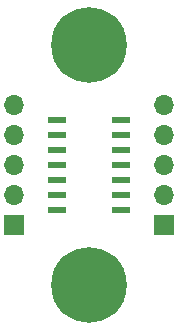
<source format=gbr>
%TF.GenerationSoftware,KiCad,Pcbnew,(5.1.10)-1*%
%TF.CreationDate,2021-09-07T19:43:19+10:00*%
%TF.ProjectId,BasicSwitchBO-logic,42617369-6353-4776-9974-6368424f2d6c,rev?*%
%TF.SameCoordinates,Original*%
%TF.FileFunction,Soldermask,Bot*%
%TF.FilePolarity,Negative*%
%FSLAX46Y46*%
G04 Gerber Fmt 4.6, Leading zero omitted, Abs format (unit mm)*
G04 Created by KiCad (PCBNEW (5.1.10)-1) date 2021-09-07 19:43:19*
%MOMM*%
%LPD*%
G01*
G04 APERTURE LIST*
%ADD10R,1.500000X0.600000*%
%ADD11R,1.700000X1.700000*%
%ADD12O,1.700000X1.700000*%
%ADD13C,6.400000*%
%ADD14C,0.800000*%
G04 APERTURE END LIST*
D10*
%TO.C,U2*%
X170655000Y-109220000D03*
X170655000Y-107950000D03*
X170655000Y-106680000D03*
X170655000Y-105410000D03*
X170655000Y-104140000D03*
X170655000Y-102870000D03*
X170655000Y-101600000D03*
X176055000Y-101600000D03*
X176055000Y-102870000D03*
X176055000Y-104140000D03*
X176055000Y-105410000D03*
X176055000Y-106680000D03*
X176055000Y-107950000D03*
X176055000Y-109220000D03*
%TD*%
D11*
%TO.C,J2*%
X179705000Y-110490000D03*
D12*
X179705000Y-107950000D03*
X179705000Y-105410000D03*
X179705000Y-102870000D03*
X179705000Y-100330000D03*
%TD*%
D11*
%TO.C,J1*%
X167005000Y-110490000D03*
D12*
X167005000Y-107950000D03*
X167005000Y-105410000D03*
X167005000Y-102870000D03*
X167005000Y-100330000D03*
%TD*%
D13*
%TO.C,H2*%
X173355000Y-115570000D03*
D14*
X175755000Y-115570000D03*
X175052056Y-117267056D03*
X173355000Y-117970000D03*
X171657944Y-117267056D03*
X170955000Y-115570000D03*
X171657944Y-113872944D03*
X173355000Y-113170000D03*
X175052056Y-113872944D03*
%TD*%
D13*
%TO.C,H1*%
X173355000Y-95250000D03*
D14*
X175755000Y-95250000D03*
X175052056Y-96947056D03*
X173355000Y-97650000D03*
X171657944Y-96947056D03*
X170955000Y-95250000D03*
X171657944Y-93552944D03*
X173355000Y-92850000D03*
X175052056Y-93552944D03*
%TD*%
M02*

</source>
